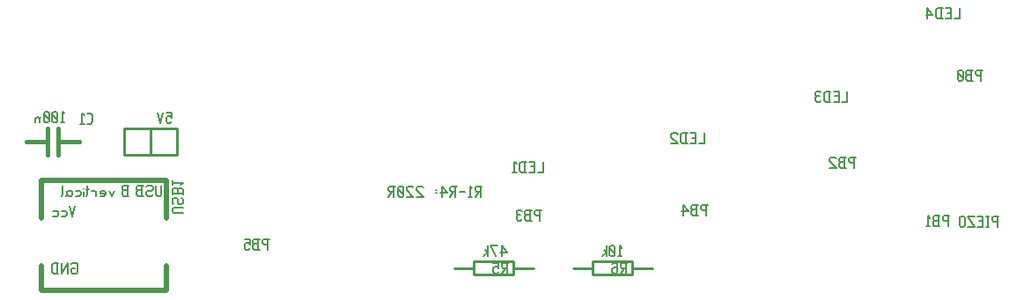
<source format=gbo>
G04 start of page 2 for group 12 layer_idx 7 *
G04 Title: (unknown), bottom_silk *
G04 Creator: pcb-rnd 3.1.4-dev *
G04 CreationDate: 2024-01-01 06:15:13 UTC *
G04 For: STEM4ukraine *
G04 Format: Gerber/RS-274X *
G04 PCB-Dimensions: 393701 393701 *
G04 PCB-Coordinate-Origin: lower left *
%MOIN*%
%FSLAX25Y25*%
%LNBOTTOM_SILK_NONE_12*%
%ADD63C,0.0070*%
%ADD62C,0.0150*%
%ADD61C,0.0100*%
%ADD60C,0.0200*%
G54D60*X16598Y44126D02*X64000D01*
X16598D02*Y29638D01*
Y11764D02*Y2394D01*
G54D61*X48000Y63701D02*Y53701D01*
Y63701D02*X68000D01*
Y53701D02*Y63701D01*
Y53701D02*X48000D01*
X58000Y63701D02*Y53701D01*
X48000D02*X58000D01*
G54D62*X23000Y58701D02*X31000D01*
X19000Y63701D02*Y53701D01*
G54D60*X64000Y44126D02*Y29638D01*
Y2394D02*X16598D01*
X64000Y11764D02*Y2394D01*
G54D61*X173000Y10701D02*X180500D01*
Y8201D02*Y13201D01*
Y8201D02*X195500D01*
Y13201D02*X180500D01*
X195500D02*Y8201D01*
Y10701D02*X203000D01*
X225500D02*X218000D01*
X240500Y13201D02*X225500D01*
X248000Y10701D02*X240500D01*
Y13201D02*Y8201D01*
X225500D02*X240500D01*
X225500D02*Y13201D01*
G54D62*X11000Y58701D02*X19000D01*
X23000Y63701D02*Y53701D01*
G54D63*X206661Y51134D02*Y47134D01*
X204661D01*
X203461Y49334D02*X201961D01*
X203461Y47134D02*X201461D01*
X203461Y51134D02*Y47134D01*
Y51134D02*X201461D01*
X199761D02*Y47134D01*
X198461Y51134D02*X197761Y50434D01*
Y47834D01*
X198461Y47134D02*X197761Y47834D01*
X200261Y47134D02*X198461D01*
X200261Y51134D02*X198461D01*
X196561Y50334D02*X195761Y51134D01*
Y47134D01*
X196561D02*X195061D01*
X102500Y21701D02*Y17701D01*
X103000Y21701D02*X101000D01*
X100500Y21201D01*
Y20201D01*
X101000Y19701D02*X100500Y20201D01*
X102500Y19701D02*X101000D01*
X99300Y17701D02*X97300D01*
X96800Y18201D01*
Y19401D02*Y18201D01*
X97300Y19901D02*X96800Y19401D01*
X98800Y19901D02*X97300D01*
X98800Y21701D02*Y17701D01*
X99300Y21701D02*X97300D01*
X96800Y21201D01*
Y20401D01*
X97300Y19901D02*X96800Y20401D01*
X95600Y21701D02*X93600D01*
X95600D02*Y19701D01*
X95100Y20201D01*
X94100D01*
X93600Y19701D01*
Y18201D01*
X94100Y17701D02*X93600Y18201D01*
X95100Y17701D02*X94100D01*
X95600Y18201D02*X95100Y17701D01*
X205500Y32701D02*Y28701D01*
X206000Y32701D02*X204000D01*
X203500Y32201D01*
Y31201D01*
X204000Y30701D02*X203500Y31201D01*
X205500Y30701D02*X204000D01*
X202300Y28701D02*X200300D01*
X199800Y29201D01*
Y30401D02*Y29201D01*
X200300Y30901D02*X199800Y30401D01*
X201800Y30901D02*X200300D01*
X201800Y32701D02*Y28701D01*
X202300Y32701D02*X200300D01*
X199800Y32201D01*
Y31401D01*
X200300Y30901D02*X199800Y31401D01*
X198600Y32201D02*X198100Y32701D01*
X197100D01*
X196600Y32201D01*
X197100Y28701D02*X196600Y29201D01*
X198100Y28701D02*X197100D01*
X198600Y29201D02*X198100Y28701D01*
Y30901D02*X197100D01*
X196600Y32201D02*Y31401D01*
Y30401D02*Y29201D01*
Y30401D02*X197100Y30901D01*
X196600Y31401D02*X197100Y30901D01*
X183500Y41701D02*X181500D01*
X181000Y41201D01*
Y40201D01*
X181500Y39701D02*X181000Y40201D01*
X183000Y39701D02*X181500D01*
X183000Y41701D02*Y37701D01*
X182200Y39701D02*X181000Y37701D01*
X179800Y40901D02*X179000Y41701D01*
Y37701D01*
X179800D02*X178300D01*
X177100Y39701D02*X175100D01*
X173900Y41701D02*X171900D01*
X171400Y41201D01*
Y40201D01*
X171900Y39701D02*X171400Y40201D01*
X173400Y39701D02*X171900D01*
X173400Y41701D02*Y37701D01*
X172600Y39701D02*X171400Y37701D01*
X170200Y39201D02*X168200Y41701D01*
X170200Y39201D02*X167700D01*
X168200Y41701D02*Y37701D01*
X166500Y40201D02*X166000D01*
X166500Y39201D02*X166000D01*
X161200Y41201D02*X160700Y41701D01*
X159200D01*
X158700Y41201D01*
Y40201D01*
X161200Y37701D02*X158700Y40201D01*
X161200Y37701D02*X158700D01*
X157500Y41201D02*X157000Y41701D01*
X155500D01*
X155000Y41201D01*
Y40201D01*
X157500Y37701D02*X155000Y40201D01*
X157500Y37701D02*X155000D01*
X153800Y38201D02*X153300Y37701D01*
X153800Y41201D02*Y38201D01*
Y41201D02*X153300Y41701D01*
X152300D01*
X151800Y41201D01*
Y38201D01*
X152300Y37701D02*X151800Y38201D01*
X153300Y37701D02*X152300D01*
X153800Y38701D02*X151800Y40701D01*
X150600Y41701D02*X148600D01*
X148100Y41201D01*
Y40201D01*
X148600Y39701D02*X148100Y40201D01*
X150100Y39701D02*X148600D01*
X150100Y41701D02*Y37701D01*
X149300Y39701D02*X148100Y37701D01*
X267701Y61961D02*Y57961D01*
X265701D01*
X264501Y60161D02*X263001D01*
X264501Y57961D02*X262501D01*
X264501Y61961D02*Y57961D01*
Y61961D02*X262501D01*
X260801D02*Y57961D01*
X259501Y61961D02*X258801Y61261D01*
Y58661D01*
X259501Y57961D02*X258801Y58661D01*
X261301Y57961D02*X259501D01*
X261301Y61961D02*X259501D01*
X257601Y61461D02*X257101Y61961D01*
X255601D01*
X255101Y61461D01*
Y60461D01*
X257601Y57961D02*X255101Y60461D01*
X257601Y57961D02*X255101D01*
X321850Y77693D02*Y73693D01*
X319850D01*
X318650Y75893D02*X317150D01*
X318650Y73693D02*X316650D01*
X318650Y77693D02*Y73693D01*
Y77693D02*X316650D01*
X314950D02*Y73693D01*
X313650Y77693D02*X312950Y76993D01*
Y74393D01*
X313650Y73693D02*X312950Y74393D01*
X315450Y73693D02*X313650D01*
X315450Y77693D02*X313650D01*
X311750Y77193D02*X311250Y77693D01*
X310250D01*
X309750Y77193D01*
X310250Y73693D02*X309750Y74193D01*
X311250Y73693D02*X310250D01*
X311750Y74193D02*X311250Y73693D01*
Y75893D02*X310250D01*
X309750Y77193D02*Y76393D01*
Y75393D02*Y74193D01*
Y75393D02*X310250Y75893D01*
X309750Y76393D02*X310250Y75893D01*
X268500Y34701D02*Y30701D01*
X269000Y34701D02*X267000D01*
X266500Y34201D01*
Y33201D01*
X267000Y32701D02*X266500Y33201D01*
X268500Y32701D02*X267000D01*
X265300Y30701D02*X263300D01*
X262800Y31201D01*
Y32401D02*Y31201D01*
X263300Y32901D02*X262800Y32401D01*
X264800Y32901D02*X263300D01*
X264800Y34701D02*Y30701D01*
X265300Y34701D02*X263300D01*
X262800Y34201D01*
Y33401D01*
X263300Y32901D02*X262800Y33401D01*
X261600Y32201D02*X259600Y34701D01*
X261600Y32201D02*X259100D01*
X259600Y34701D02*Y30701D01*
X364268Y109268D02*Y105268D01*
X362268D01*
X361068Y107468D02*X359568D01*
X361068Y105268D02*X359068D01*
X361068Y109268D02*Y105268D01*
Y109268D02*X359068D01*
X357368D02*Y105268D01*
X356068Y109268D02*X355368Y108568D01*
Y105968D01*
X356068Y105268D02*X355368Y105968D01*
X357868Y105268D02*X356068D01*
X357868Y109268D02*X356068D01*
X354168Y106768D02*X352168Y109268D01*
X354168Y106768D02*X351668D01*
X352168Y109268D02*Y105268D01*
X378563Y30465D02*Y26465D01*
X379063Y30465D02*X377063D01*
X376563Y29965D01*
Y28965D01*
X377063Y28465D02*X376563Y28965D01*
X378563Y28465D02*X377063D01*
X375363Y30465D02*X374363D01*
X374863D02*Y26465D01*
X375363D02*X374363D01*
X373163Y28665D02*X371663D01*
X373163Y26465D02*X371163D01*
X373163Y30465D02*Y26465D01*
Y30465D02*X371163D01*
X369963D02*X367463D01*
X369963Y26465D02*X367463Y30465D01*
X369963Y26465D02*X367463D01*
X366263Y29965D02*Y26965D01*
Y29965D02*X365763Y30465D01*
X364763D01*
X364263Y29965D01*
Y26965D01*
X364763Y26465D02*X364263Y26965D01*
X365763Y26465D02*X364763D01*
X366263Y26965D02*X365763Y26465D01*
X360000Y30601D02*Y26601D01*
X360500Y30601D02*X358500D01*
X358000Y30101D01*
Y29101D01*
X358500Y28601D02*X358000Y29101D01*
X360000Y28601D02*X358500D01*
X356800Y26601D02*X354800D01*
X354300Y27101D01*
Y28301D02*Y27101D01*
X354800Y28801D02*X354300Y28301D01*
X356300Y28801D02*X354800D01*
X356300Y30601D02*Y26601D01*
X356800Y30601D02*X354800D01*
X354300Y30101D01*
Y29301D01*
X354800Y28801D02*X354300Y29301D01*
X353100Y29801D02*X352300Y30601D01*
Y26601D01*
X353100D02*X351600D01*
X372500Y85701D02*Y81701D01*
X373000Y85701D02*X371000D01*
X370500Y85201D01*
Y84201D01*
X371000Y83701D02*X370500Y84201D01*
X372500Y83701D02*X371000D01*
X369300Y81701D02*X367300D01*
X366800Y82201D01*
Y83401D02*Y82201D01*
X367300Y83901D02*X366800Y83401D01*
X368800Y83901D02*X367300D01*
X368800Y85701D02*Y81701D01*
X369300Y85701D02*X367300D01*
X366800Y85201D01*
Y84401D01*
X367300Y83901D02*X366800Y84401D01*
X365600Y82201D02*X365100Y81701D01*
X365600Y85201D02*Y82201D01*
Y85201D02*X365100Y85701D01*
X364100D01*
X363600Y85201D01*
Y82201D01*
X364100Y81701D02*X363600Y82201D01*
X365100Y81701D02*X364100D01*
X365600Y82701D02*X363600Y84701D01*
X324500Y52701D02*Y48701D01*
X325000Y52701D02*X323000D01*
X322500Y52201D01*
Y51201D01*
X323000Y50701D02*X322500Y51201D01*
X324500Y50701D02*X323000D01*
X321300Y48701D02*X319300D01*
X318800Y49201D01*
Y50401D02*Y49201D01*
X319300Y50901D02*X318800Y50401D01*
X320800Y50901D02*X319300D01*
X320800Y52701D02*Y48701D01*
X321300Y52701D02*X319300D01*
X318800Y52201D01*
Y51401D01*
X319300Y50901D02*X318800Y51401D01*
X317600Y52201D02*X317100Y52701D01*
X315600D01*
X315100Y52201D01*
Y51201D01*
X317600Y48701D02*X315100Y51201D01*
X317600Y48701D02*X315100D01*
X193000Y16701D02*X191000Y19201D01*
X193000Y16701D02*X190500D01*
X191000Y19201D02*Y15201D01*
X188800D02*X186800Y19201D01*
X189300D02*X186800D01*
X185600D02*Y15201D01*
Y16701D02*X184100Y15201D01*
X185600Y16701D02*X184600Y17701D01*
X193500Y12701D02*X191500D01*
X191000Y12201D01*
Y11201D01*
X191500Y10701D02*X191000Y11201D01*
X193000Y10701D02*X191500D01*
X193000Y12701D02*Y8701D01*
X192200Y10701D02*X191000Y8701D01*
X189800Y12701D02*X187800D01*
X189800D02*Y10701D01*
X189300Y11201D01*
X188300D01*
X187800Y10701D01*
Y9201D01*
X188300Y8701D02*X187800Y9201D01*
X189300Y8701D02*X188300D01*
X189800Y9201D02*X189300Y8701D01*
X236500Y18401D02*X235700Y19201D01*
Y15201D01*
X236500D02*X235000D01*
X233800Y15701D02*X233300Y15201D01*
X233800Y18701D02*Y15701D01*
Y18701D02*X233300Y19201D01*
X232300D01*
X231800Y18701D01*
Y15701D01*
X232300Y15201D02*X231800Y15701D01*
X233300Y15201D02*X232300D01*
X233800Y16201D02*X231800Y18201D01*
X230600Y19201D02*Y15201D01*
Y16701D02*X229100Y15201D01*
X230600Y16701D02*X229600Y17701D01*
X238500Y12701D02*X236500D01*
X236000Y12201D01*
Y11201D01*
X236500Y10701D02*X236000Y11201D01*
X238000Y10701D02*X236500D01*
X238000Y12701D02*Y8701D01*
X237200Y10701D02*X236000Y8701D01*
X233300Y12701D02*X232800Y12201D01*
X234300Y12701D02*X233300D01*
X234800Y12201D02*X234300Y12701D01*
X234800Y12201D02*Y9201D01*
X234300Y8701D01*
X233300Y10901D02*X232800Y10401D01*
X234800Y10901D02*X233300D01*
X234300Y8701D02*X233300D01*
X232800Y9201D01*
Y10401D02*Y9201D01*
X25500Y69201D02*X24700Y70001D01*
Y66001D01*
X25500D02*X24000D01*
X22800Y66501D02*X22300Y66001D01*
X22800Y69501D02*Y66501D01*
Y69501D02*X22300Y70001D01*
X21300D01*
X20800Y69501D01*
Y66501D01*
X21300Y66001D02*X20800Y66501D01*
X22300Y66001D02*X21300D01*
X22800Y67001D02*X20800Y69001D01*
X19600Y66501D02*X19100Y66001D01*
X19600Y69501D02*Y66501D01*
Y69501D02*X19100Y70001D01*
X18100D01*
X17600Y69501D01*
Y66501D01*
X18100Y66001D02*X17600Y66501D01*
X19100Y66001D02*X18100D01*
X19600Y67001D02*X17600Y69001D01*
X15900Y67501D02*Y66001D01*
Y67501D02*X15400Y68001D01*
X14900D01*
X14400Y67501D01*
Y66001D01*
X16400Y68001D02*X15900Y67501D01*
X29472Y34465D02*X28472Y30465D01*
X27472Y34465D01*
X25772Y32465D02*X24272D01*
X26272Y31965D02*X25772Y32465D01*
X26272Y31965D02*Y30965D01*
X25772Y30465D01*
X24272D01*
X22572Y32465D02*X21072D01*
X23072Y31965D02*X22572Y32465D01*
X23072Y31965D02*Y30965D01*
X22572Y30465D01*
X21072D01*
X28457Y12811D02*X27957Y12311D01*
X29957Y12811D02*X28457D01*
X30457Y12311D02*X29957Y12811D01*
X30457Y12311D02*Y9311D01*
X29957Y8811D01*
X28457D01*
X27957Y9311D01*
Y10311D02*Y9311D01*
X28457Y10811D02*X27957Y10311D01*
X29457Y10811D02*X28457D01*
X26757Y12811D02*Y8811D01*
Y12811D02*X24257Y8811D01*
Y12811D02*Y8811D01*
X22557Y12811D02*Y8811D01*
X21257Y12811D02*X20557Y12111D01*
Y9511D01*
X21257Y8811D02*X20557Y9511D01*
X23057Y8811D02*X21257D01*
X23057Y12811D02*X21257D01*
X62110Y42142D02*Y38642D01*
X61610Y38142D01*
X60610D01*
X60110Y38642D01*
Y42142D02*Y38642D01*
X56910Y42142D02*X56410Y41642D01*
X58410Y42142D02*X56910D01*
X58910Y41642D02*X58410Y42142D01*
X58910Y41642D02*Y40642D01*
X58410Y40142D01*
X56910D01*
X56410Y39642D01*
Y38642D01*
X56910Y38142D02*X56410Y38642D01*
X58410Y38142D02*X56910D01*
X58910Y38642D02*X58410Y38142D01*
X55210D02*X53210D01*
X52710Y38642D01*
Y39842D02*Y38642D01*
X53210Y40342D02*X52710Y39842D01*
X54710Y40342D02*X53210D01*
X54710Y42142D02*Y38142D01*
X55210Y42142D02*X53210D01*
X52710Y41642D01*
Y40842D01*
X53210Y40342D02*X52710Y40842D01*
X49710Y38142D02*X47710D01*
X47210Y38642D01*
Y39842D02*Y38642D01*
X47710Y40342D02*X47210Y39842D01*
X49210Y40342D02*X47710D01*
X49210Y42142D02*Y38142D01*
X49710Y42142D02*X47710D01*
X47210Y41642D01*
Y40842D01*
X47710Y40342D02*X47210Y40842D01*
X44210Y40142D02*X43210Y38142D01*
X42210Y40142D02*X43210Y38142D01*
X40510D02*X39010D01*
X41010Y38642D02*X40510Y38142D01*
X41010Y39642D02*Y38642D01*
Y39642D02*X40510Y40142D01*
X39510D01*
X39010Y39642D01*
X41010Y39142D02*X39010D01*
Y39642D01*
X37310D02*Y38142D01*
Y39642D02*X36810Y40142D01*
X35810D01*
X37810D02*X37310Y39642D01*
X34110Y42142D02*Y38642D01*
X33610Y38142D01*
X34610Y40642D02*X33610D01*
X32610Y41142D02*Y41042D01*
Y39642D02*Y38142D01*
X31110Y40142D02*X29610D01*
X31610Y39642D02*X31110Y40142D01*
X31610Y39642D02*Y38642D01*
X31110Y38142D01*
X29610D01*
X26910Y40142D02*X26410Y39642D01*
X27910Y40142D02*X26910D01*
X28410Y39642D02*X27910Y40142D01*
X28410Y39642D02*Y38642D01*
X27910Y38142D01*
X26410Y40142D02*Y38642D01*
X25910Y38142D01*
X27910D02*X26910D01*
X26410Y38642D01*
X24710Y42142D02*Y38642D01*
X24210Y38142D01*
X70299Y31780D02*X66799D01*
X66299Y32280D01*
Y33280D01*
X66799Y33780D01*
X70299D02*X66799D01*
X70299Y36980D02*X69799Y37480D01*
X70299Y35480D02*Y36980D01*
X69799Y34980D02*X70299Y35480D01*
X69799Y34980D02*X68799D01*
X68299Y35480D01*
Y36980D01*
X67799Y37480D01*
X66799D01*
X66299Y36980D02*X66799Y37480D01*
X66299Y35480D02*Y36980D01*
X66799Y34980D02*X66299Y35480D01*
Y38680D02*Y40680D01*
X66799Y41180D01*
X67999D02*X66799D01*
X68499Y40680D02*X67999Y41180D01*
X68499Y39180D02*Y40680D01*
X70299Y39180D02*X66299D01*
X70299Y38680D02*Y40680D01*
X69799Y41180D01*
X68999D01*
X68499Y40680D02*X68999Y41180D01*
X69499Y42380D02*X70299Y43180D01*
X66299D01*
Y42380D02*Y43880D01*
X66000Y69701D02*X64000D01*
X66000D02*Y67701D01*
X65500Y68201D01*
X64500D01*
X64000Y67701D01*
Y66201D01*
X64500Y65701D02*X64000Y66201D01*
X65500Y65701D02*X64500D01*
X66000Y66201D02*X65500Y65701D01*
X62800Y69701D02*X61800Y65701D01*
X60800Y69701D01*
X35418Y65512D02*X34118D01*
X36118Y66212D02*X35418Y65512D01*
X36118Y68812D02*Y66212D01*
Y68812D02*X35418Y69512D01*
X34118D01*
X32918Y68712D02*X32118Y69512D01*
Y65512D01*
X32918D02*X31418D01*
M02*

</source>
